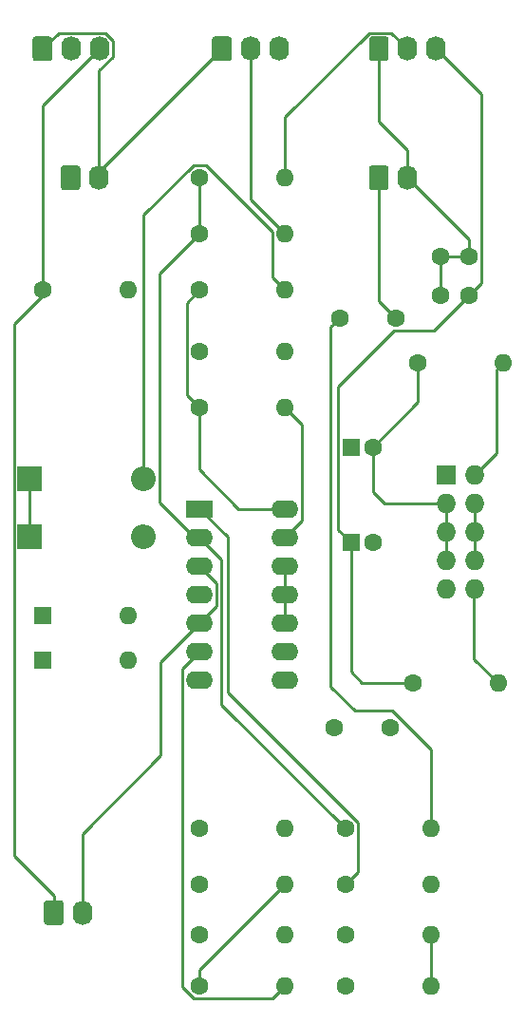
<source format=gbr>
%TF.GenerationSoftware,KiCad,Pcbnew,(5.1.8-0-10_14)*%
%TF.CreationDate,2021-07-20T21:06:28-04:00*%
%TF.ProjectId,fwr2,66777232-2e6b-4696-9361-645f70636258,rev?*%
%TF.SameCoordinates,Original*%
%TF.FileFunction,Copper,L1,Top*%
%TF.FilePolarity,Positive*%
%FSLAX46Y46*%
G04 Gerber Fmt 4.6, Leading zero omitted, Abs format (unit mm)*
G04 Created by KiCad (PCBNEW (5.1.8-0-10_14)) date 2021-07-20 21:06:28*
%MOMM*%
%LPD*%
G01*
G04 APERTURE LIST*
%TA.AperFunction,ComponentPad*%
%ADD10O,1.740000X2.200000*%
%TD*%
%TA.AperFunction,ComponentPad*%
%ADD11R,1.600000X1.600000*%
%TD*%
%TA.AperFunction,ComponentPad*%
%ADD12C,1.600000*%
%TD*%
%TA.AperFunction,ComponentPad*%
%ADD13R,2.200000X2.200000*%
%TD*%
%TA.AperFunction,ComponentPad*%
%ADD14O,2.200000X2.200000*%
%TD*%
%TA.AperFunction,ComponentPad*%
%ADD15O,1.600000X1.600000*%
%TD*%
%TA.AperFunction,ComponentPad*%
%ADD16R,1.727200X1.727200*%
%TD*%
%TA.AperFunction,ComponentPad*%
%ADD17O,1.727200X1.727200*%
%TD*%
%TA.AperFunction,ComponentPad*%
%ADD18R,2.400000X1.600000*%
%TD*%
%TA.AperFunction,ComponentPad*%
%ADD19O,2.400000X1.600000*%
%TD*%
%TA.AperFunction,Conductor*%
%ADD20C,0.250000*%
%TD*%
G04 APERTURE END LIST*
%TO.P,J4,1*%
%TO.N,Net-(Feedback1-Pad3)*%
%TA.AperFunction,ComponentPad*%
G36*
G01*
X105630000Y-134350001D02*
X105630000Y-132649999D01*
G75*
G02*
X105879999Y-132400000I249999J0D01*
G01*
X107120001Y-132400000D01*
G75*
G02*
X107370000Y-132649999I0J-249999D01*
G01*
X107370000Y-134350001D01*
G75*
G02*
X107120001Y-134600000I-249999J0D01*
G01*
X105879999Y-134600000D01*
G75*
G02*
X105630000Y-134350001I0J249999D01*
G01*
G37*
%TD.AperFunction*%
D10*
%TO.P,J4,2*%
%TO.N,GND*%
X109040000Y-133500000D03*
%TD*%
D11*
%TO.P,C6,1*%
%TO.N,GND*%
X133000000Y-92000000D03*
D12*
%TO.P,C6,2*%
X135000000Y-92000000D03*
%TD*%
D13*
%TO.P,1N4733,1*%
%TO.N,Net-(D3-Pad1)*%
X104375001Y-94855001D03*
D14*
%TO.P,1N4733,2*%
%TO.N,Net-(D4-Pad2)*%
X114535001Y-94855001D03*
%TD*%
%TO.P,Bias,1*%
%TO.N,GND*%
%TA.AperFunction,ComponentPad*%
G36*
G01*
X134630000Y-57350001D02*
X134630000Y-55649999D01*
G75*
G02*
X134879999Y-55400000I249999J0D01*
G01*
X136120001Y-55400000D01*
G75*
G02*
X136370000Y-55649999I0J-249999D01*
G01*
X136370000Y-57350001D01*
G75*
G02*
X136120001Y-57600000I-249999J0D01*
G01*
X134879999Y-57600000D01*
G75*
G02*
X134630000Y-57350001I0J249999D01*
G01*
G37*
%TD.AperFunction*%
D10*
%TO.P,Bias,2*%
%TO.N,Net-(Bias1-Pad2)*%
X138040000Y-56500000D03*
%TO.P,Bias,3*%
%TO.N,Net-(Bias1-Pad3)*%
X140580000Y-56500000D03*
%TD*%
D12*
%TO.P,C1,2*%
%TO.N,Net-(C1-Pad2)*%
X137000000Y-80500000D03*
%TO.P,C1,1*%
%TO.N,Net-(C1-Pad1)*%
X132000000Y-80500000D03*
%TD*%
%TO.P,C2,1*%
%TO.N,GND*%
X141000000Y-78500000D03*
%TO.P,C2,2*%
%TO.N,Net-(Bias1-Pad3)*%
X143500000Y-78500000D03*
%TD*%
%TO.P,C3,2*%
%TO.N,GND*%
X143500000Y-75000000D03*
%TO.P,C3,1*%
X141000000Y-75000000D03*
%TD*%
%TO.P,C4,1*%
%TO.N,Net-(C4-Pad1)*%
X131500000Y-117000000D03*
%TO.P,C4,2*%
%TO.N,Net-(C4-Pad2)*%
X136500000Y-117000000D03*
%TD*%
D10*
%TO.P,CV_Amount,3*%
%TO.N,Net-(CV_Amount1-Pad3)*%
X126580000Y-56500000D03*
%TO.P,CV_Amount,2*%
%TO.N,Net-(CV_Amount1-Pad2)*%
X124040000Y-56500000D03*
%TO.P,CV_Amount,1*%
%TO.N,GND*%
%TA.AperFunction,ComponentPad*%
G36*
G01*
X120630000Y-57350001D02*
X120630000Y-55649999D01*
G75*
G02*
X120879999Y-55400000I249999J0D01*
G01*
X122120001Y-55400000D01*
G75*
G02*
X122370000Y-55649999I0J-249999D01*
G01*
X122370000Y-57350001D01*
G75*
G02*
X122120001Y-57600000I-249999J0D01*
G01*
X120879999Y-57600000D01*
G75*
G02*
X120630000Y-57350001I0J249999D01*
G01*
G37*
%TD.AperFunction*%
%TD*%
D11*
%TO.P,1N4148,1*%
%TO.N,Net-(D1-Pad1)*%
X105500000Y-107000000D03*
D15*
%TO.P,1N4148,2*%
%TO.N,Net-(D1-Pad2)*%
X113120000Y-107000000D03*
%TD*%
%TO.P,1N4148,2*%
%TO.N,Net-(D1-Pad1)*%
X113120000Y-111000000D03*
D11*
%TO.P,1N4148,1*%
%TO.N,Net-(D2-Pad1)*%
X105500000Y-111000000D03*
%TD*%
D14*
%TO.P,1N4733,2*%
%TO.N,Net-(D3-Pad2)*%
X114535001Y-100000000D03*
D13*
%TO.P,1N4733,1*%
%TO.N,Net-(D3-Pad1)*%
X104375001Y-100000000D03*
%TD*%
D12*
%TO.P,FB1,1*%
%TO.N,GND*%
X139000000Y-84500000D03*
D15*
%TO.P,FB1,2*%
%TO.N,Net-(FB1-Pad2)*%
X146620000Y-84500000D03*
%TD*%
%TO.P,FB2,2*%
%TO.N,Net-(FB2-Pad2)*%
X146120000Y-113000000D03*
D12*
%TO.P,FB2,1*%
%TO.N,Net-(Bias1-Pad3)*%
X138500000Y-113000000D03*
%TD*%
%TO.P,Feedback,1*%
%TO.N,GND*%
%TA.AperFunction,ComponentPad*%
G36*
G01*
X104630000Y-57350001D02*
X104630000Y-55649999D01*
G75*
G02*
X104879999Y-55400000I249999J0D01*
G01*
X106120001Y-55400000D01*
G75*
G02*
X106370000Y-55649999I0J-249999D01*
G01*
X106370000Y-57350001D01*
G75*
G02*
X106120001Y-57600000I-249999J0D01*
G01*
X104879999Y-57600000D01*
G75*
G02*
X104630000Y-57350001I0J249999D01*
G01*
G37*
%TD.AperFunction*%
D10*
%TO.P,Feedback,2*%
%TO.N,Net-(C1-Pad2)*%
X108040000Y-56500000D03*
%TO.P,Feedback,3*%
%TO.N,Net-(Feedback1-Pad3)*%
X110580000Y-56500000D03*
%TD*%
D16*
%TO.P,J3,1*%
%TO.N,Net-(FB1-Pad2)*%
X141500000Y-94500000D03*
D17*
%TO.P,J3,2*%
X144040000Y-94500000D03*
%TO.P,J3,3*%
%TO.N,GND*%
X141500000Y-97040000D03*
%TO.P,J3,4*%
X144040000Y-97040000D03*
%TO.P,J3,5*%
X141500000Y-99580000D03*
%TO.P,J3,6*%
X144040000Y-99580000D03*
%TO.P,J3,7*%
X141500000Y-102120000D03*
%TO.P,J3,8*%
X144040000Y-102120000D03*
%TO.P,J3,9*%
%TO.N,Net-(FB2-Pad2)*%
X141500000Y-104660000D03*
%TO.P,J3,10*%
X144040000Y-104660000D03*
%TD*%
D15*
%TO.P,R1,2*%
%TO.N,Net-(C1-Pad2)*%
X127120000Y-83500000D03*
D12*
%TO.P,R1,1*%
%TO.N,GND*%
X119500000Y-83500000D03*
%TD*%
%TO.P,R2,1*%
%TO.N,Net-(R2-Pad1)*%
X119500000Y-68000000D03*
D15*
%TO.P,R2,2*%
%TO.N,Net-(Bias1-Pad2)*%
X127120000Y-68000000D03*
%TD*%
D12*
%TO.P,R3,1*%
%TO.N,Net-(R2-Pad1)*%
X119500000Y-73000000D03*
D15*
%TO.P,R3,2*%
%TO.N,Net-(CV_Amount1-Pad2)*%
X127120000Y-73000000D03*
%TD*%
%TO.P,R4,2*%
%TO.N,Net-(C1-Pad1)*%
X140120000Y-126000000D03*
D12*
%TO.P,R4,1*%
%TO.N,Net-(R2-Pad1)*%
X132500000Y-126000000D03*
%TD*%
D15*
%TO.P,R5,2*%
%TO.N,Net-(D2-Pad1)*%
X127120000Y-131000000D03*
D12*
%TO.P,R5,1*%
%TO.N,Net-(R5-Pad1)*%
X119500000Y-131000000D03*
%TD*%
%TO.P,R6,1*%
%TO.N,Net-(R5-Pad1)*%
X132500000Y-135500000D03*
D15*
%TO.P,R6,2*%
%TO.N,Net-(R6-Pad2)*%
X140120000Y-135500000D03*
%TD*%
D12*
%TO.P,R7,1*%
%TO.N,Net-(R6-Pad2)*%
X132500000Y-131000000D03*
D15*
%TO.P,R7,2*%
%TO.N,Net-(R2-Pad1)*%
X140120000Y-131000000D03*
%TD*%
%TO.P,R8,2*%
%TO.N,Net-(R5-Pad1)*%
X127120000Y-135500000D03*
D12*
%TO.P,R8,1*%
%TO.N,Net-(C4-Pad2)*%
X119500000Y-135500000D03*
%TD*%
D15*
%TO.P,R9,2*%
%TO.N,Net-(R6-Pad2)*%
X140120000Y-140000000D03*
D12*
%TO.P,R9,1*%
%TO.N,Net-(D1-Pad2)*%
X132500000Y-140000000D03*
%TD*%
%TO.P,R10,1*%
%TO.N,Net-(D3-Pad2)*%
X119500000Y-126000000D03*
D15*
%TO.P,R10,2*%
%TO.N,Net-(C4-Pad1)*%
X127120000Y-126000000D03*
%TD*%
D12*
%TO.P,R11,1*%
%TO.N,Net-(D2-Pad1)*%
X119500000Y-140000000D03*
D15*
%TO.P,R11,2*%
%TO.N,Net-(D1-Pad2)*%
X127120000Y-140000000D03*
%TD*%
D12*
%TO.P,R12,1*%
%TO.N,Net-(R12-Pad1)*%
X119500000Y-88500000D03*
D15*
%TO.P,R12,2*%
%TO.N,Net-(D3-Pad2)*%
X127120000Y-88500000D03*
%TD*%
%TO.P,R13,2*%
%TO.N,Net-(R12-Pad1)*%
X113120000Y-78000000D03*
D12*
%TO.P,R13,1*%
%TO.N,Net-(Feedback1-Pad3)*%
X105500000Y-78000000D03*
%TD*%
D15*
%TO.P,R14,2*%
%TO.N,Net-(D4-Pad2)*%
X127120000Y-78000000D03*
D12*
%TO.P,R14,1*%
%TO.N,Net-(R12-Pad1)*%
X119500000Y-78000000D03*
%TD*%
D18*
%TO.P,U1,1*%
%TO.N,Net-(R6-Pad2)*%
X119500000Y-97500000D03*
D19*
%TO.P,U1,8*%
%TO.N,Net-(C4-Pad2)*%
X127120000Y-112740000D03*
%TO.P,U1,2*%
%TO.N,Net-(R2-Pad1)*%
X119500000Y-100040000D03*
%TO.P,U1,9*%
%TO.N,Net-(R5-Pad1)*%
X127120000Y-110200000D03*
%TO.P,U1,3*%
%TO.N,GND*%
X119500000Y-102580000D03*
%TO.P,U1,10*%
X127120000Y-107660000D03*
%TO.P,U1,4*%
%TO.N,Net-(Bias1-Pad3)*%
X119500000Y-105120000D03*
%TO.P,U1,11*%
%TO.N,GND*%
X127120000Y-105120000D03*
%TO.P,U1,5*%
X119500000Y-107660000D03*
%TO.P,U1,12*%
X127120000Y-102580000D03*
%TO.P,U1,6*%
%TO.N,Net-(D1-Pad2)*%
X119500000Y-110200000D03*
%TO.P,U1,13*%
%TO.N,Net-(D3-Pad2)*%
X127120000Y-100040000D03*
%TO.P,U1,7*%
%TO.N,Net-(D1-Pad1)*%
X119500000Y-112740000D03*
%TO.P,U1,14*%
%TO.N,Net-(R12-Pad1)*%
X127120000Y-97500000D03*
%TD*%
D11*
%TO.P,C5,1*%
%TO.N,Net-(Bias1-Pad3)*%
X133000000Y-100500000D03*
D12*
%TO.P,C5,2*%
%TO.N,GND*%
X135000000Y-100500000D03*
%TD*%
D10*
%TO.P,J1,2*%
%TO.N,GND*%
X110540000Y-68000000D03*
%TO.P,J1,1*%
%TO.N,Net-(CV_Amount1-Pad3)*%
%TA.AperFunction,ComponentPad*%
G36*
G01*
X107130000Y-68850001D02*
X107130000Y-67149999D01*
G75*
G02*
X107379999Y-66900000I249999J0D01*
G01*
X108620001Y-66900000D01*
G75*
G02*
X108870000Y-67149999I0J-249999D01*
G01*
X108870000Y-68850001D01*
G75*
G02*
X108620001Y-69100000I-249999J0D01*
G01*
X107379999Y-69100000D01*
G75*
G02*
X107130000Y-68850001I0J249999D01*
G01*
G37*
%TD.AperFunction*%
%TD*%
%TO.P,J2,1*%
%TO.N,Net-(C1-Pad2)*%
%TA.AperFunction,ComponentPad*%
G36*
G01*
X134630000Y-68850001D02*
X134630000Y-67149999D01*
G75*
G02*
X134879999Y-66900000I249999J0D01*
G01*
X136120001Y-66900000D01*
G75*
G02*
X136370000Y-67149999I0J-249999D01*
G01*
X136370000Y-68850001D01*
G75*
G02*
X136120001Y-69100000I-249999J0D01*
G01*
X134879999Y-69100000D01*
G75*
G02*
X134630000Y-68850001I0J249999D01*
G01*
G37*
%TD.AperFunction*%
%TO.P,J2,2*%
%TO.N,GND*%
X138040000Y-68000000D03*
%TD*%
D20*
%TO.N,Net-(Bias1-Pad2)*%
X127120000Y-62596810D02*
X134641820Y-55074990D01*
X136614990Y-55074990D02*
X138040000Y-56500000D01*
X134641820Y-55074990D02*
X136614990Y-55074990D01*
X127120000Y-68000000D02*
X127120000Y-62596810D01*
%TO.N,Net-(C1-Pad2)*%
X137000000Y-80500000D02*
X135500000Y-79000000D01*
X135500000Y-79000000D02*
X135500000Y-68000000D01*
%TO.N,Net-(C1-Pad1)*%
X140120000Y-118954998D02*
X140120000Y-126000000D01*
X136665002Y-115500000D02*
X140120000Y-118954998D01*
X131200001Y-113365003D02*
X133334998Y-115500000D01*
X133334998Y-115500000D02*
X136665002Y-115500000D01*
X131200001Y-81299999D02*
X131200001Y-113365003D01*
X132000000Y-80500000D02*
X131200001Y-81299999D01*
%TO.N,Net-(CV_Amount1-Pad2)*%
X127120000Y-73000000D02*
X124040000Y-69920000D01*
X124040000Y-69920000D02*
X124040000Y-56500000D01*
%TO.N,Net-(D1-Pad2)*%
X117974990Y-140139992D02*
X117974990Y-111725010D01*
X118959999Y-141125001D02*
X117974990Y-140139992D01*
X125994999Y-141125001D02*
X118959999Y-141125001D01*
X117974990Y-111725010D02*
X119500000Y-110200000D01*
X127120000Y-140000000D02*
X125994999Y-141125001D01*
%TO.N,Net-(D2-Pad1)*%
X119500000Y-138620000D02*
X127120000Y-131000000D01*
X119500000Y-140000000D02*
X119500000Y-138620000D01*
%TO.N,Net-(D3-Pad2)*%
X128645010Y-98514990D02*
X127120000Y-100040000D01*
X128645010Y-90025010D02*
X128645010Y-98514990D01*
X127120000Y-88500000D02*
X128645010Y-90025010D01*
%TO.N,Net-(D3-Pad1)*%
X104375001Y-94855001D02*
X104375001Y-100000000D01*
%TO.N,Net-(D4-Pad2)*%
X125994999Y-76874999D02*
X127120000Y-78000000D01*
X125994999Y-72829997D02*
X125994999Y-76874999D01*
X118959999Y-66874999D02*
X120040001Y-66874999D01*
X120040001Y-66874999D02*
X125994999Y-72829997D01*
X114535001Y-71299997D02*
X118959999Y-66874999D01*
X114535001Y-94855001D02*
X114535001Y-71299997D01*
%TO.N,Net-(FB1-Pad2)*%
X144040000Y-94500000D02*
X146000000Y-92540000D01*
X146000000Y-85120000D02*
X146620000Y-84500000D01*
X146000000Y-92540000D02*
X146000000Y-85120000D01*
%TO.N,Net-(FB2-Pad2)*%
X146120000Y-113000000D02*
X144000000Y-110880000D01*
X144000000Y-104700000D02*
X144040000Y-104660000D01*
X144000000Y-110880000D02*
X144000000Y-104700000D01*
%TO.N,Net-(Feedback1-Pad3)*%
X106500000Y-133500000D02*
X106500000Y-132000000D01*
X102950000Y-128450000D02*
X102950000Y-81050000D01*
X106500000Y-132000000D02*
X102950000Y-128450000D01*
X105500000Y-78500000D02*
X105500000Y-78000000D01*
X102950000Y-81050000D02*
X105500000Y-78500000D01*
X105500000Y-78000000D02*
X105500000Y-61580000D01*
X105500000Y-61580000D02*
X110580000Y-56500000D01*
%TO.N,Net-(R2-Pad1)*%
X119500000Y-100040000D02*
X119040000Y-100040000D01*
X115960002Y-76539998D02*
X119500000Y-73000000D01*
X115960002Y-96960002D02*
X115960002Y-76539998D01*
X119040000Y-100040000D02*
X115960002Y-96960002D01*
X119500000Y-73000000D02*
X119500000Y-68000000D01*
X132500000Y-126000000D02*
X121475021Y-114975021D01*
X121475021Y-114975021D02*
X121475021Y-102015021D01*
X121475021Y-102015021D02*
X119500000Y-100040000D01*
%TO.N,Net-(R6-Pad2)*%
X140120000Y-140000000D02*
X140120000Y-135500000D01*
X133625001Y-125459999D02*
X122000000Y-113834998D01*
X133625001Y-129874999D02*
X133625001Y-125459999D01*
X132500000Y-131000000D02*
X133625001Y-129874999D01*
X122000000Y-100000000D02*
X119500000Y-97500000D01*
X122000000Y-113834998D02*
X122000000Y-100000000D01*
%TO.N,Net-(R12-Pad1)*%
X118374999Y-79125001D02*
X119500000Y-78000000D01*
X118374999Y-87374999D02*
X118374999Y-79125001D01*
X119500000Y-88500000D02*
X118374999Y-87374999D01*
X127120000Y-97500000D02*
X123000000Y-97500000D01*
X119500000Y-94000000D02*
X119500000Y-88500000D01*
X123000000Y-97500000D02*
X119500000Y-94000000D01*
%TO.N,GND*%
X143500000Y-75000000D02*
X141000000Y-75000000D01*
X109040000Y-133500000D02*
X109040000Y-126460000D01*
X109040000Y-126460000D02*
X116000000Y-119500000D01*
X116000000Y-111160000D02*
X119500000Y-107660000D01*
X116000000Y-119500000D02*
X116000000Y-111160000D01*
X121025010Y-106134990D02*
X119500000Y-107660000D01*
X121025010Y-104105010D02*
X121025010Y-106134990D01*
X119500000Y-102580000D02*
X121025010Y-104105010D01*
X127120000Y-102580000D02*
X127120000Y-105120000D01*
X127120000Y-105120000D02*
X127120000Y-107660000D01*
X144040000Y-99580000D02*
X144040000Y-97040000D01*
X141500000Y-97040000D02*
X141500000Y-99580000D01*
X141500000Y-99580000D02*
X141500000Y-102120000D01*
X144040000Y-99580000D02*
X144040000Y-102120000D01*
X143500000Y-73460000D02*
X138040000Y-68000000D01*
X143500000Y-75000000D02*
X143500000Y-73460000D01*
X138040000Y-68000000D02*
X138040000Y-65540000D01*
X135500000Y-63000000D02*
X135500000Y-56500000D01*
X138040000Y-65540000D02*
X135500000Y-63000000D01*
X141500000Y-97040000D02*
X136040000Y-97040000D01*
X135000000Y-96000000D02*
X135000000Y-92000000D01*
X136040000Y-97040000D02*
X135000000Y-96000000D01*
X139000000Y-88000000D02*
X135000000Y-92000000D01*
X139000000Y-84500000D02*
X139000000Y-88000000D01*
X110540000Y-67460000D02*
X121500000Y-56500000D01*
X110540000Y-68000000D02*
X110540000Y-67460000D01*
X106925010Y-55074990D02*
X105500000Y-56500000D01*
X111775010Y-55775011D02*
X111074989Y-55074990D01*
X111775010Y-57224989D02*
X111775010Y-55775011D01*
X110540000Y-58459999D02*
X111775010Y-57224989D01*
X111074989Y-55074990D02*
X106925010Y-55074990D01*
X110540000Y-68000000D02*
X110540000Y-58459999D01*
X141000000Y-75000000D02*
X141000000Y-78500000D01*
%TO.N,Net-(Bias1-Pad3)*%
X138500000Y-113000000D02*
X134000000Y-113000000D01*
X133000000Y-112000000D02*
X133000000Y-100500000D01*
X134000000Y-113000000D02*
X133000000Y-112000000D01*
X144625001Y-60545001D02*
X140580000Y-56500000D01*
X144625001Y-77374999D02*
X144625001Y-60545001D01*
X143500000Y-78500000D02*
X144625001Y-77374999D01*
X131874999Y-86625001D02*
X131874999Y-99374999D01*
X136874999Y-81625001D02*
X131874999Y-86625001D01*
X131874999Y-99374999D02*
X133000000Y-100500000D01*
X143500000Y-78500000D02*
X140374999Y-81625001D01*
X140374999Y-81625001D02*
X136874999Y-81625001D01*
%TD*%
M02*

</source>
